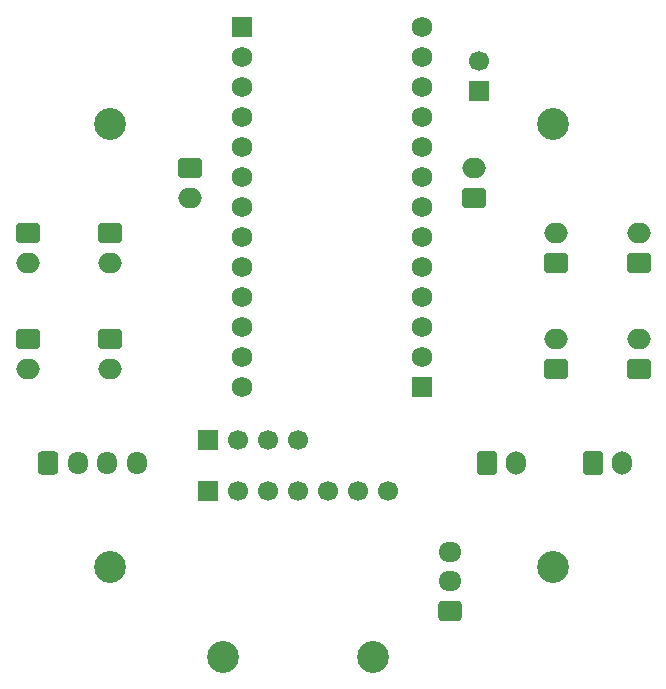
<source format=gbr>
%TF.GenerationSoftware,KiCad,Pcbnew,9.0.1*%
%TF.CreationDate,2025-05-03T16:32:41-05:00*%
%TF.ProjectId,WhackAMole,57686163-6b41-44d6-9f6c-652e6b696361,rev?*%
%TF.SameCoordinates,Original*%
%TF.FileFunction,Soldermask,Top*%
%TF.FilePolarity,Negative*%
%FSLAX46Y46*%
G04 Gerber Fmt 4.6, Leading zero omitted, Abs format (unit mm)*
G04 Created by KiCad (PCBNEW 9.0.1) date 2025-05-03 16:32:41*
%MOMM*%
%LPD*%
G01*
G04 APERTURE LIST*
G04 Aperture macros list*
%AMRoundRect*
0 Rectangle with rounded corners*
0 $1 Rounding radius*
0 $2 $3 $4 $5 $6 $7 $8 $9 X,Y pos of 4 corners*
0 Add a 4 corners polygon primitive as box body*
4,1,4,$2,$3,$4,$5,$6,$7,$8,$9,$2,$3,0*
0 Add four circle primitives for the rounded corners*
1,1,$1+$1,$2,$3*
1,1,$1+$1,$4,$5*
1,1,$1+$1,$6,$7*
1,1,$1+$1,$8,$9*
0 Add four rect primitives between the rounded corners*
20,1,$1+$1,$2,$3,$4,$5,0*
20,1,$1+$1,$4,$5,$6,$7,0*
20,1,$1+$1,$6,$7,$8,$9,0*
20,1,$1+$1,$8,$9,$2,$3,0*%
G04 Aperture macros list end*
%ADD10R,1.752600X1.752600*%
%ADD11C,1.752600*%
%ADD12R,1.700000X1.700000*%
%ADD13C,1.700000*%
%ADD14RoundRect,0.250000X0.750000X-0.600000X0.750000X0.600000X-0.750000X0.600000X-0.750000X-0.600000X0*%
%ADD15O,2.000000X1.700000*%
%ADD16C,2.700000*%
%ADD17RoundRect,0.250000X-0.750000X0.600000X-0.750000X-0.600000X0.750000X-0.600000X0.750000X0.600000X0*%
%ADD18RoundRect,0.250000X-0.600000X-0.750000X0.600000X-0.750000X0.600000X0.750000X-0.600000X0.750000X0*%
%ADD19O,1.700000X2.000000*%
%ADD20RoundRect,0.250000X-0.600000X-0.725000X0.600000X-0.725000X0.600000X0.725000X-0.600000X0.725000X0*%
%ADD21O,1.700000X1.950000*%
%ADD22RoundRect,0.250000X0.725000X-0.600000X0.725000X0.600000X-0.725000X0.600000X-0.725000X-0.600000X0*%
%ADD23O,1.950000X1.700000*%
G04 APERTURE END LIST*
D10*
%TO.C,U2*%
X124880000Y-78030000D03*
D11*
X124880000Y-80570000D03*
X124880000Y-83110000D03*
X124880000Y-85650000D03*
X124880000Y-88190000D03*
X124880000Y-90730000D03*
X124880000Y-93270000D03*
X124880000Y-95810000D03*
X124880000Y-98350000D03*
X124880000Y-100890000D03*
X124880000Y-103430000D03*
X124880000Y-105970000D03*
X124880000Y-108510000D03*
X140120000Y-78030000D03*
X140120000Y-80570000D03*
X140120000Y-83110000D03*
X140120000Y-85650000D03*
X140120000Y-88190000D03*
X140120000Y-90730000D03*
X140120000Y-93270000D03*
X140120000Y-95810000D03*
X140120000Y-98350000D03*
X140120000Y-100890000D03*
X140120000Y-103430000D03*
X140120000Y-105970000D03*
D10*
X140120000Y-108510000D03*
%TD*%
D12*
%TO.C,J13*%
X145000000Y-83500000D03*
D13*
X145000000Y-80960000D03*
%TD*%
D14*
%TO.C,J8*%
X151500000Y-98000000D03*
D15*
X151500000Y-95500000D03*
%TD*%
D16*
%TO.C,H1*%
X113750000Y-86250000D03*
%TD*%
D14*
%TO.C,J7*%
X158500000Y-98000000D03*
D15*
X158500000Y-95500000D03*
%TD*%
D14*
%TO.C,J10*%
X151500000Y-107000000D03*
D15*
X151500000Y-104500000D03*
%TD*%
D17*
%TO.C,J3*%
X106750000Y-95500000D03*
D15*
X106750000Y-98000000D03*
%TD*%
D18*
%TO.C,J12*%
X145600000Y-115000000D03*
D19*
X148100000Y-115000000D03*
%TD*%
D20*
%TO.C,J14*%
X108500000Y-115000000D03*
D21*
X111000000Y-115000000D03*
X113500000Y-115000000D03*
X116000000Y-115000000D03*
%TD*%
D12*
%TO.C,J16*%
X122000000Y-113000000D03*
D13*
X124540000Y-113000000D03*
X127080000Y-113000000D03*
X129620000Y-113000000D03*
%TD*%
D17*
%TO.C,J2*%
X113750000Y-104500000D03*
D15*
X113750000Y-107000000D03*
%TD*%
D14*
%TO.C,J6*%
X144500000Y-92500000D03*
D15*
X144500000Y-90000000D03*
%TD*%
D22*
%TO.C,RV1*%
X142500000Y-127500000D03*
D23*
X142500000Y-125000000D03*
X142500000Y-122500000D03*
%TD*%
D18*
%TO.C,J11*%
X154600000Y-115000000D03*
D19*
X157100000Y-115000000D03*
%TD*%
D16*
%TO.C,J15*%
X123270000Y-131370000D03*
X135970000Y-131370000D03*
D12*
X122000000Y-117370000D03*
D13*
X124540000Y-117370000D03*
X127080000Y-117370000D03*
X129620000Y-117370000D03*
X132160000Y-117370000D03*
X134700000Y-117370000D03*
X137240000Y-117370000D03*
%TD*%
D14*
%TO.C,J9*%
X158500000Y-107000000D03*
D15*
X158500000Y-104500000D03*
%TD*%
D17*
%TO.C,J1*%
X106750000Y-104500000D03*
D15*
X106750000Y-107000000D03*
%TD*%
D16*
%TO.C,H3*%
X151250000Y-123750000D03*
%TD*%
%TO.C,H2*%
X113750000Y-123750000D03*
%TD*%
%TO.C,H4*%
X151250000Y-86250000D03*
%TD*%
D17*
%TO.C,J4*%
X113750000Y-95500000D03*
D15*
X113750000Y-98000000D03*
%TD*%
D17*
%TO.C,J5*%
X120500000Y-90000000D03*
D15*
X120500000Y-92500000D03*
%TD*%
M02*

</source>
